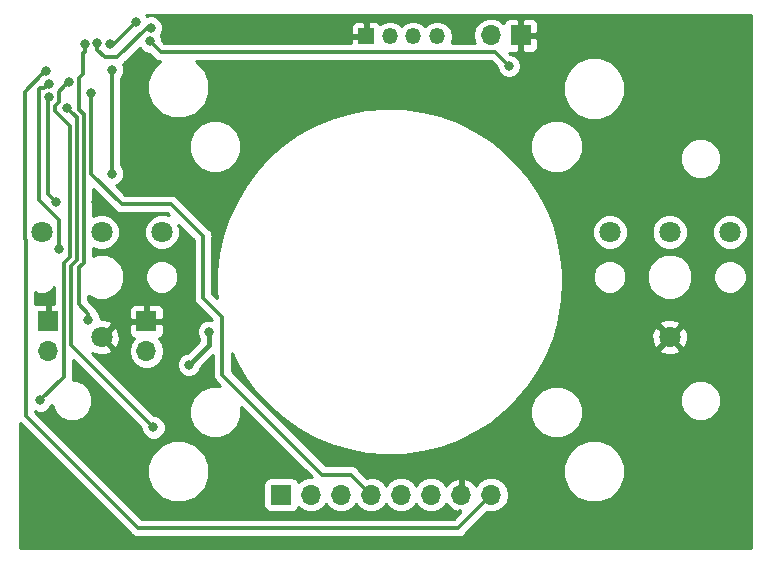
<source format=gbr>
G04 #@! TF.GenerationSoftware,KiCad,Pcbnew,5.0.0-rc2+dfsg1-3*
G04 #@! TF.CreationDate,2018-08-01T13:56:14+02:00*
G04 #@! TF.ProjectId,reform-trackball,7265666F726D2D747261636B62616C6C,rev?*
G04 #@! TF.SameCoordinates,Original*
G04 #@! TF.FileFunction,Copper,L2,Bot,Signal*
G04 #@! TF.FilePolarity,Positive*
%FSLAX46Y46*%
G04 Gerber Fmt 4.6, Leading zero omitted, Abs format (unit mm)*
G04 Created by KiCad (PCBNEW 5.0.0-rc2+dfsg1-3) date Wed Aug  1 13:56:14 2018*
%MOMM*%
%LPD*%
G01*
G04 APERTURE LIST*
G04 #@! TA.AperFunction,ComponentPad*
%ADD10O,1.700000X1.700000*%
G04 #@! TD*
G04 #@! TA.AperFunction,ComponentPad*
%ADD11R,1.700000X1.700000*%
G04 #@! TD*
G04 #@! TA.AperFunction,ComponentPad*
%ADD12O,1.350000X1.350000*%
G04 #@! TD*
G04 #@! TA.AperFunction,ComponentPad*
%ADD13R,1.350000X1.350000*%
G04 #@! TD*
G04 #@! TA.AperFunction,ComponentPad*
%ADD14C,1.800000*%
G04 #@! TD*
G04 #@! TA.AperFunction,ViaPad*
%ADD15C,0.800000*%
G04 #@! TD*
G04 #@! TA.AperFunction,Conductor*
%ADD16C,0.300000*%
G04 #@! TD*
G04 #@! TA.AperFunction,Conductor*
%ADD17C,0.400000*%
G04 #@! TD*
G04 #@! TA.AperFunction,Conductor*
%ADD18C,0.254000*%
G04 #@! TD*
G04 APERTURE END LIST*
D10*
G04 #@! TO.P,J6,2*
G04 #@! TO.N,+5V*
X138060000Y-92400000D03*
D11*
G04 #@! TO.P,J6,1*
G04 #@! TO.N,GND*
X140600000Y-92400000D03*
G04 #@! TD*
G04 #@! TO.P,J3,1*
G04 #@! TO.N,GND*
X108900000Y-116600000D03*
D10*
G04 #@! TO.P,J3,2*
G04 #@! TO.N,Net-(J3-Pad2)*
X108900000Y-119140000D03*
G04 #@! TD*
G04 #@! TO.P,J7,2*
G04 #@! TO.N,Net-(J7-Pad2)*
X100600000Y-119140000D03*
D11*
G04 #@! TO.P,J7,1*
G04 #@! TO.N,GND*
X100600000Y-116600000D03*
G04 #@! TD*
D12*
G04 #@! TO.P,J1,4*
G04 #@! TO.N,+5V*
X133500000Y-92500000D03*
G04 #@! TO.P,J1,3*
G04 #@! TO.N,Net-(J1-Pad3)*
X131500000Y-92500000D03*
G04 #@! TO.P,J1,2*
G04 #@! TO.N,Net-(J1-Pad2)*
X129500000Y-92500000D03*
D13*
G04 #@! TO.P,J1,1*
G04 #@! TO.N,GND*
X127500000Y-92500000D03*
G04 #@! TD*
D10*
G04 #@! TO.P,J2,8*
G04 #@! TO.N,RESET*
X138080000Y-131300000D03*
G04 #@! TO.P,J2,7*
G04 #@! TO.N,GND*
X135540000Y-131300000D03*
G04 #@! TO.P,J2,6*
G04 #@! TO.N,MT*
X133000000Y-131300000D03*
G04 #@! TO.P,J2,5*
G04 #@! TO.N,SS*
X130460000Y-131300000D03*
G04 #@! TO.P,J2,4*
G04 #@! TO.N,SCLK*
X127920000Y-131300000D03*
G04 #@! TO.P,J2,3*
G04 #@! TO.N,MOSI*
X125380000Y-131300000D03*
G04 #@! TO.P,J2,2*
G04 #@! TO.N,MISO*
X122840000Y-131300000D03*
D11*
G04 #@! TO.P,J2,1*
G04 #@! TO.N,+5V*
X120300000Y-131300000D03*
G04 #@! TD*
D14*
G04 #@! TO.P,SW2,4*
G04 #@! TO.N,GND*
X153200000Y-117956000D03*
G04 #@! TO.P,SW2,2*
G04 #@! TO.N,Net-(SW2-Pad2)*
X153200000Y-109048000D03*
G04 #@! TO.P,SW2,3*
G04 #@! TO.N,Net-(SW2-Pad3)*
X158310000Y-109048000D03*
G04 #@! TO.P,SW2,1*
G04 #@! TO.N,Net-(SW2-Pad1)*
X148140000Y-109048000D03*
G04 #@! TD*
G04 #@! TO.P,SW1,1*
G04 #@! TO.N,Net-(SW1-Pad1)*
X100040000Y-109048000D03*
G04 #@! TO.P,SW1,3*
G04 #@! TO.N,Net-(SW1-Pad3)*
X110210000Y-109048000D03*
G04 #@! TO.P,SW1,2*
G04 #@! TO.N,Net-(SW1-Pad2)*
X105100000Y-109048000D03*
G04 #@! TO.P,SW1,4*
G04 #@! TO.N,GND*
X105100000Y-117956000D03*
G04 #@! TD*
D15*
G04 #@! TO.N,Net-(J1-Pad3)*
X108000000Y-91250000D03*
X105855757Y-93106035D03*
G04 #@! TO.N,Net-(J1-Pad2)*
X109250000Y-91750000D03*
X104756643Y-93061577D03*
G04 #@! TO.N,GND*
X115000000Y-92650000D03*
X111800000Y-92500000D03*
X118700000Y-99000000D03*
X136300000Y-97300000D03*
X127600000Y-95400000D03*
X107500000Y-108800000D03*
X113300000Y-107100000D03*
X107400000Y-112500000D03*
X111900000Y-113800000D03*
X104600000Y-106500000D03*
X154800000Y-129700000D03*
X154500000Y-95300000D03*
X101500000Y-132100000D03*
G04 #@! TO.N,Net-(SW1-Pad2)*
X106000000Y-104100000D03*
X106000034Y-95300000D03*
G04 #@! TO.N,Net-(SW2-Pad2)*
X139600000Y-95000000D03*
X109213596Y-92913596D03*
G04 #@! TO.N,+5V*
X114200000Y-117500000D03*
X112500000Y-120300000D03*
G04 #@! TO.N,RESET*
X100413023Y-95400002D03*
G04 #@! TO.N,MT*
X101249979Y-106551140D03*
X100650012Y-97619808D03*
G04 #@! TO.N,SS*
X100625926Y-96482101D03*
X101500000Y-110500000D03*
G04 #@! TO.N,SCLK*
X104200000Y-97300000D03*
G04 #@! TO.N,MOSI*
X109500000Y-125600000D03*
X102200000Y-98549982D03*
G04 #@! TO.N,MISO*
X99900000Y-123300000D03*
X102349424Y-96325965D03*
G04 #@! TO.N,Net-(J7-Pad2)*
X103991985Y-116534926D03*
X103660696Y-93156054D03*
G04 #@! TD*
D16*
G04 #@! TO.N,Net-(J1-Pad3)*
X106143965Y-93106035D02*
X105855757Y-93106035D01*
X108000000Y-91250000D02*
X106143965Y-93106035D01*
G04 #@! TO.N,Net-(J1-Pad2)*
X109250000Y-91750000D02*
X108908004Y-91750000D01*
X108908004Y-91750000D02*
X106408002Y-94250002D01*
X106408002Y-94250002D02*
X105379383Y-94250002D01*
X105379383Y-94250002D02*
X104756643Y-93627262D01*
X104756643Y-93627262D02*
X104756643Y-93061577D01*
G04 #@! TO.N,Net-(SW1-Pad2)*
X106000000Y-95300034D02*
X106000034Y-95300000D01*
X106000000Y-104100000D02*
X106000000Y-95300034D01*
G04 #@! TO.N,Net-(SW2-Pad2)*
X139600000Y-95000000D02*
X138399999Y-93799999D01*
X138399999Y-93799999D02*
X110099999Y-93799999D01*
X110099999Y-93799999D02*
X109613595Y-93313595D01*
X109613595Y-93313595D02*
X109213596Y-92913596D01*
D17*
G04 #@! TO.N,+5V*
X114200000Y-117500000D02*
X114200000Y-118600000D01*
X114200000Y-118600000D02*
X112500000Y-120300000D01*
D16*
G04 #@! TO.N,RESET*
X100013024Y-95800001D02*
X100413023Y-95400002D01*
X138080000Y-131300000D02*
X135280000Y-134100000D01*
X98600000Y-97213025D02*
X100013024Y-95800001D01*
X98700000Y-124600000D02*
X98700000Y-109706002D01*
X108200000Y-134100000D02*
X98700000Y-124600000D01*
X135280000Y-134100000D02*
X108200000Y-134100000D01*
X98700000Y-109706002D02*
X98600000Y-109606002D01*
X98600000Y-109606002D02*
X98600000Y-97213025D01*
G04 #@! TO.N,MT*
X100549987Y-97719833D02*
X100650012Y-97619808D01*
X100549987Y-105851148D02*
X100549987Y-97719833D01*
X101249979Y-106551140D02*
X100549987Y-105851148D01*
G04 #@! TO.N,SS*
X99797773Y-96981964D02*
X99797773Y-106356938D01*
X101500000Y-108059165D02*
X101500000Y-109934315D01*
X100625926Y-96482101D02*
X100225927Y-96882100D01*
X101500000Y-109934315D02*
X101500000Y-110500000D01*
X100225927Y-96882100D02*
X99897637Y-96882100D01*
X99897637Y-96882100D02*
X99797773Y-96981964D01*
X99797773Y-106356938D02*
X101500000Y-108059165D01*
G04 #@! TO.N,SCLK*
X104200000Y-97865685D02*
X104200000Y-97300000D01*
X106800000Y-106700000D02*
X104200000Y-104100000D01*
X111000000Y-106700000D02*
X106800000Y-106700000D01*
X113700000Y-109400000D02*
X111000000Y-106700000D01*
X126220000Y-129600000D02*
X123800000Y-129600000D01*
X123800000Y-129600000D02*
X115329425Y-121129425D01*
X127920000Y-131300000D02*
X126220000Y-129600000D01*
X113700000Y-114600000D02*
X113700000Y-109400000D01*
X115329425Y-121129425D02*
X115329425Y-116229425D01*
X104200000Y-104100000D02*
X104200000Y-97865685D01*
X115329425Y-116229425D02*
X113700000Y-114600000D01*
G04 #@! TO.N,MOSI*
X102999995Y-111394651D02*
X102999995Y-99349977D01*
X109500000Y-125600000D02*
X102500010Y-118600010D01*
X102599999Y-98949981D02*
X102200000Y-98549982D01*
X102500010Y-118600010D02*
X102500010Y-111894636D01*
X102999995Y-99349977D02*
X102599999Y-98949981D01*
X102500010Y-111894636D02*
X102999995Y-111394651D01*
G04 #@! TO.N,MISO*
X101899999Y-111646104D02*
X102391999Y-111154104D01*
X102391999Y-111154104D02*
X102391999Y-100050003D01*
X101949425Y-96725964D02*
X102349424Y-96325965D01*
X101500014Y-97175375D02*
X101949425Y-96725964D01*
X101900000Y-121300000D02*
X101899999Y-111646104D01*
X99900000Y-123300000D02*
X101900000Y-121300000D01*
X101149997Y-98808001D02*
X101149997Y-98377825D01*
X101500013Y-98027809D02*
X101500014Y-97175375D01*
X102391999Y-100050003D02*
X101149997Y-98808001D01*
X101149997Y-98377825D02*
X101500013Y-98027809D01*
G04 #@! TO.N,Net-(J7-Pad2)*
X103200000Y-115177256D02*
X103200000Y-112043188D01*
X103991985Y-116534926D02*
X103991985Y-115969241D01*
X103991985Y-115969241D02*
X103200000Y-115177256D01*
X103600004Y-111643184D02*
X103500000Y-111743188D01*
X103600000Y-99101440D02*
X103600000Y-111146114D01*
X103199425Y-98700865D02*
X103600000Y-99101440D01*
X103600000Y-111146114D02*
X103600004Y-111146118D01*
X103199425Y-96000575D02*
X103199425Y-98700865D01*
X103600004Y-111146118D02*
X103600004Y-111643184D01*
X103200000Y-112043188D02*
X103500000Y-111743188D01*
X103660696Y-93156054D02*
X103660696Y-93805897D01*
X103660696Y-93805897D02*
X103537991Y-93928602D01*
X103537991Y-93928602D02*
X103537991Y-95662009D01*
X103537991Y-95662009D02*
X103199425Y-96000575D01*
G04 #@! TD*
D18*
G04 #@! TO.N,GND*
G36*
X160065001Y-135815000D02*
X98185000Y-135815000D01*
X98185000Y-125199999D01*
X98199592Y-125209749D01*
X107590253Y-134600411D01*
X107634047Y-134665953D01*
X107699589Y-134709747D01*
X107699591Y-134709749D01*
X107893708Y-134839454D01*
X108122684Y-134885000D01*
X108122688Y-134885000D01*
X108200000Y-134900378D01*
X108277312Y-134885000D01*
X135202688Y-134885000D01*
X135280000Y-134900378D01*
X135357312Y-134885000D01*
X135357316Y-134885000D01*
X135586292Y-134839454D01*
X135845953Y-134665953D01*
X135889749Y-134600408D01*
X137743082Y-132747075D01*
X137933744Y-132785000D01*
X138226256Y-132785000D01*
X138659418Y-132698839D01*
X139150625Y-132370625D01*
X139478839Y-131879418D01*
X139594092Y-131300000D01*
X139478839Y-130720582D01*
X139150625Y-130229375D01*
X138659418Y-129901161D01*
X138226256Y-129815000D01*
X137933744Y-129815000D01*
X137500582Y-129901161D01*
X137009375Y-130229375D01*
X136796157Y-130548478D01*
X136735183Y-130418642D01*
X136306924Y-130028355D01*
X135896890Y-129858524D01*
X135667000Y-129979845D01*
X135667000Y-131173000D01*
X135687000Y-131173000D01*
X135687000Y-131427000D01*
X135667000Y-131427000D01*
X135667000Y-131447000D01*
X135413000Y-131447000D01*
X135413000Y-131427000D01*
X135393000Y-131427000D01*
X135393000Y-131173000D01*
X135413000Y-131173000D01*
X135413000Y-129979845D01*
X135183110Y-129858524D01*
X134773076Y-130028355D01*
X134344817Y-130418642D01*
X134283843Y-130548478D01*
X134070625Y-130229375D01*
X133579418Y-129901161D01*
X133146256Y-129815000D01*
X132853744Y-129815000D01*
X132420582Y-129901161D01*
X131929375Y-130229375D01*
X131730000Y-130527761D01*
X131530625Y-130229375D01*
X131039418Y-129901161D01*
X130606256Y-129815000D01*
X130313744Y-129815000D01*
X129880582Y-129901161D01*
X129389375Y-130229375D01*
X129190000Y-130527761D01*
X128990625Y-130229375D01*
X128499418Y-129901161D01*
X128066256Y-129815000D01*
X127773744Y-129815000D01*
X127583082Y-129852925D01*
X126829748Y-129099591D01*
X126785953Y-129034047D01*
X126526292Y-128860546D01*
X126297316Y-128815000D01*
X126297312Y-128815000D01*
X126220000Y-128799622D01*
X126142688Y-128815000D01*
X124125158Y-128815000D01*
X124086024Y-128775866D01*
X144165000Y-128775866D01*
X144165000Y-129824134D01*
X144566155Y-130792608D01*
X145307392Y-131533845D01*
X146275866Y-131935000D01*
X147324134Y-131935000D01*
X148292608Y-131533845D01*
X149033845Y-130792608D01*
X149435000Y-129824134D01*
X149435000Y-128775866D01*
X149033845Y-127807392D01*
X148292608Y-127066155D01*
X147324134Y-126665000D01*
X146275866Y-126665000D01*
X145307392Y-127066155D01*
X144566155Y-127807392D01*
X144165000Y-128775866D01*
X124086024Y-128775866D01*
X116114425Y-120804268D01*
X116114425Y-119287646D01*
X116456506Y-120040013D01*
X117251893Y-121387623D01*
X118185980Y-122643081D01*
X119248187Y-123792170D01*
X120426487Y-124821879D01*
X121707537Y-125720547D01*
X123076830Y-126477997D01*
X124518859Y-127085652D01*
X126017295Y-127536630D01*
X127555170Y-127825825D01*
X129115068Y-127949961D01*
X130679325Y-127907633D01*
X132230228Y-127699321D01*
X133750213Y-127327383D01*
X135222068Y-126796031D01*
X136629125Y-126111283D01*
X137955452Y-125280892D01*
X139186029Y-124314261D01*
X139657031Y-123855431D01*
X141365000Y-123855431D01*
X141365000Y-124744569D01*
X141705259Y-125566026D01*
X142333974Y-126194741D01*
X143155431Y-126535000D01*
X144044569Y-126535000D01*
X144866026Y-126194741D01*
X145494741Y-125566026D01*
X145835000Y-124744569D01*
X145835000Y-123855431D01*
X145494741Y-123033974D01*
X145415654Y-122954887D01*
X154065000Y-122954887D01*
X154065000Y-123645113D01*
X154329138Y-124282799D01*
X154817201Y-124770862D01*
X155454887Y-125035000D01*
X156145113Y-125035000D01*
X156782799Y-124770862D01*
X157270862Y-124282799D01*
X157535000Y-123645113D01*
X157535000Y-122954887D01*
X157270862Y-122317201D01*
X156782799Y-121829138D01*
X156145113Y-121565000D01*
X155454887Y-121565000D01*
X154817201Y-121829138D01*
X154329138Y-122317201D01*
X154065000Y-122954887D01*
X145415654Y-122954887D01*
X144866026Y-122405259D01*
X144044569Y-122065000D01*
X143155431Y-122065000D01*
X142333974Y-122405259D01*
X141705259Y-123033974D01*
X141365000Y-123855431D01*
X139657031Y-123855431D01*
X140306919Y-123222338D01*
X141305431Y-122017487D01*
X142170257Y-120713352D01*
X142891603Y-119324701D01*
X143004391Y-119036159D01*
X152299446Y-119036159D01*
X152385852Y-119292643D01*
X152959336Y-119502458D01*
X153569460Y-119476839D01*
X154014148Y-119292643D01*
X154100554Y-119036159D01*
X153200000Y-118135605D01*
X152299446Y-119036159D01*
X143004391Y-119036159D01*
X143461302Y-117867259D01*
X143502720Y-117715336D01*
X151653542Y-117715336D01*
X151679161Y-118325460D01*
X151863357Y-118770148D01*
X152119841Y-118856554D01*
X153020395Y-117956000D01*
X153379605Y-117956000D01*
X154280159Y-118856554D01*
X154536643Y-118770148D01*
X154746458Y-118196664D01*
X154720839Y-117586540D01*
X154536643Y-117141852D01*
X154280159Y-117055446D01*
X153379605Y-117956000D01*
X153020395Y-117956000D01*
X152119841Y-117055446D01*
X151863357Y-117141852D01*
X151653542Y-117715336D01*
X143502720Y-117715336D01*
X143731593Y-116875841D01*
X152299446Y-116875841D01*
X153200000Y-117776395D01*
X154100554Y-116875841D01*
X154014148Y-116619357D01*
X153440664Y-116409542D01*
X152830540Y-116435161D01*
X152385852Y-116619357D01*
X152299446Y-116875841D01*
X143731593Y-116875841D01*
X143872901Y-116357531D01*
X144121739Y-114812613D01*
X144205000Y-113250000D01*
X144204978Y-113224335D01*
X144168942Y-112569533D01*
X146690000Y-112569533D01*
X146690000Y-113130467D01*
X146904659Y-113648701D01*
X147301299Y-114045341D01*
X147819533Y-114260000D01*
X148380467Y-114260000D01*
X148898701Y-114045341D01*
X149295341Y-113648701D01*
X149510000Y-113130467D01*
X149510000Y-112569533D01*
X149466745Y-112465105D01*
X151265000Y-112465105D01*
X151265000Y-113234895D01*
X151559586Y-113946090D01*
X152103910Y-114490414D01*
X152815105Y-114785000D01*
X153584895Y-114785000D01*
X154296090Y-114490414D01*
X154840414Y-113946090D01*
X155135000Y-113234895D01*
X155135000Y-112569533D01*
X156890000Y-112569533D01*
X156890000Y-113130467D01*
X157104659Y-113648701D01*
X157501299Y-114045341D01*
X158019533Y-114260000D01*
X158580467Y-114260000D01*
X159098701Y-114045341D01*
X159495341Y-113648701D01*
X159710000Y-113130467D01*
X159710000Y-112569533D01*
X159495341Y-112051299D01*
X159098701Y-111654659D01*
X158580467Y-111440000D01*
X158019533Y-111440000D01*
X157501299Y-111654659D01*
X157104659Y-112051299D01*
X156890000Y-112569533D01*
X155135000Y-112569533D01*
X155135000Y-112465105D01*
X154840414Y-111753910D01*
X154296090Y-111209586D01*
X153584895Y-110915000D01*
X152815105Y-110915000D01*
X152103910Y-111209586D01*
X151559586Y-111753910D01*
X151265000Y-112465105D01*
X149466745Y-112465105D01*
X149295341Y-112051299D01*
X148898701Y-111654659D01*
X148380467Y-111440000D01*
X147819533Y-111440000D01*
X147301299Y-111654659D01*
X146904659Y-112051299D01*
X146690000Y-112569533D01*
X144168942Y-112569533D01*
X144118990Y-111661869D01*
X143867455Y-110117388D01*
X143490086Y-108742670D01*
X146605000Y-108742670D01*
X146605000Y-109353330D01*
X146838690Y-109917507D01*
X147270493Y-110349310D01*
X147834670Y-110583000D01*
X148445330Y-110583000D01*
X149009507Y-110349310D01*
X149441310Y-109917507D01*
X149675000Y-109353330D01*
X149675000Y-108742670D01*
X151665000Y-108742670D01*
X151665000Y-109353330D01*
X151898690Y-109917507D01*
X152330493Y-110349310D01*
X152894670Y-110583000D01*
X153505330Y-110583000D01*
X154069507Y-110349310D01*
X154501310Y-109917507D01*
X154735000Y-109353330D01*
X154735000Y-108742670D01*
X156775000Y-108742670D01*
X156775000Y-109353330D01*
X157008690Y-109917507D01*
X157440493Y-110349310D01*
X158004670Y-110583000D01*
X158615330Y-110583000D01*
X159179507Y-110349310D01*
X159611310Y-109917507D01*
X159845000Y-109353330D01*
X159845000Y-108742670D01*
X159611310Y-108178493D01*
X159179507Y-107746690D01*
X158615330Y-107513000D01*
X158004670Y-107513000D01*
X157440493Y-107746690D01*
X157008690Y-108178493D01*
X156775000Y-108742670D01*
X154735000Y-108742670D01*
X154501310Y-108178493D01*
X154069507Y-107746690D01*
X153505330Y-107513000D01*
X152894670Y-107513000D01*
X152330493Y-107746690D01*
X151898690Y-108178493D01*
X151665000Y-108742670D01*
X149675000Y-108742670D01*
X149441310Y-108178493D01*
X149009507Y-107746690D01*
X148445330Y-107513000D01*
X147834670Y-107513000D01*
X147270493Y-107746690D01*
X146838690Y-108178493D01*
X146605000Y-108742670D01*
X143490086Y-108742670D01*
X143453222Y-108608381D01*
X142880980Y-107151936D01*
X142157212Y-105764546D01*
X141290111Y-104461922D01*
X140289498Y-103258816D01*
X139166703Y-102168850D01*
X138127445Y-101355431D01*
X141365000Y-101355431D01*
X141365000Y-102244569D01*
X141705259Y-103066026D01*
X142333974Y-103694741D01*
X143155431Y-104035000D01*
X144044569Y-104035000D01*
X144866026Y-103694741D01*
X145494741Y-103066026D01*
X145747883Y-102454887D01*
X154065000Y-102454887D01*
X154065000Y-103145113D01*
X154329138Y-103782799D01*
X154817201Y-104270862D01*
X155454887Y-104535000D01*
X156145113Y-104535000D01*
X156782799Y-104270862D01*
X157270862Y-103782799D01*
X157535000Y-103145113D01*
X157535000Y-102454887D01*
X157270862Y-101817201D01*
X156782799Y-101329138D01*
X156145113Y-101065000D01*
X155454887Y-101065000D01*
X154817201Y-101329138D01*
X154329138Y-101817201D01*
X154065000Y-102454887D01*
X145747883Y-102454887D01*
X145835000Y-102244569D01*
X145835000Y-101355431D01*
X145494741Y-100533974D01*
X144866026Y-99905259D01*
X144044569Y-99565000D01*
X143155431Y-99565000D01*
X142333974Y-99905259D01*
X141705259Y-100533974D01*
X141365000Y-101355431D01*
X138127445Y-101355431D01*
X137934441Y-101204369D01*
X136606667Y-100376294D01*
X135198417Y-99694002D01*
X133725636Y-99165220D01*
X132205005Y-98795936D01*
X130653741Y-98590331D01*
X129089412Y-98550733D01*
X127529733Y-98677592D01*
X125992366Y-98969470D01*
X124494719Y-99423063D01*
X123053752Y-100033234D01*
X121685784Y-100793072D01*
X120406305Y-101693974D01*
X119229803Y-102725738D01*
X118169603Y-103876680D01*
X117237709Y-105133767D01*
X116444675Y-106482762D01*
X115799480Y-107908391D01*
X115309432Y-109394508D01*
X114980080Y-110924286D01*
X114815153Y-112480400D01*
X114816518Y-114045229D01*
X114884283Y-114674125D01*
X114485000Y-114274843D01*
X114485000Y-109477312D01*
X114500378Y-109400000D01*
X114485000Y-109322688D01*
X114485000Y-109322684D01*
X114439454Y-109093708D01*
X114265953Y-108834047D01*
X114200408Y-108790251D01*
X111609748Y-106199591D01*
X111565953Y-106134047D01*
X111306292Y-105960546D01*
X111077316Y-105915000D01*
X111077312Y-105915000D01*
X111000000Y-105899622D01*
X110922688Y-105915000D01*
X107125158Y-105915000D01*
X106304362Y-105094205D01*
X106586280Y-104977431D01*
X106877431Y-104686280D01*
X107035000Y-104305874D01*
X107035000Y-103894126D01*
X106877431Y-103513720D01*
X106785000Y-103421289D01*
X106785000Y-101355431D01*
X112465000Y-101355431D01*
X112465000Y-102244569D01*
X112805259Y-103066026D01*
X113433974Y-103694741D01*
X114255431Y-104035000D01*
X115144569Y-104035000D01*
X115966026Y-103694741D01*
X116594741Y-103066026D01*
X116935000Y-102244569D01*
X116935000Y-101355431D01*
X116594741Y-100533974D01*
X115966026Y-99905259D01*
X115144569Y-99565000D01*
X114255431Y-99565000D01*
X113433974Y-99905259D01*
X112805259Y-100533974D01*
X112465000Y-101355431D01*
X106785000Y-101355431D01*
X106785000Y-95978745D01*
X106877465Y-95886280D01*
X107035034Y-95505874D01*
X107035034Y-95094126D01*
X106931549Y-94844290D01*
X106973955Y-94815955D01*
X107017751Y-94750410D01*
X108316283Y-93451878D01*
X108336165Y-93499876D01*
X108627316Y-93791027D01*
X109007722Y-93948596D01*
X109138439Y-93948596D01*
X109490250Y-94300407D01*
X109534046Y-94365952D01*
X109793707Y-94539453D01*
X110022683Y-94584999D01*
X110022687Y-94584999D01*
X110077621Y-94595926D01*
X109366155Y-95307392D01*
X108965000Y-96275866D01*
X108965000Y-97324134D01*
X109366155Y-98292608D01*
X110107392Y-99033845D01*
X111075866Y-99435000D01*
X112124134Y-99435000D01*
X113092608Y-99033845D01*
X113833845Y-98292608D01*
X114235000Y-97324134D01*
X114235000Y-96375866D01*
X144165000Y-96375866D01*
X144165000Y-97424134D01*
X144566155Y-98392608D01*
X145307392Y-99133845D01*
X146275866Y-99535000D01*
X147324134Y-99535000D01*
X148292608Y-99133845D01*
X149033845Y-98392608D01*
X149435000Y-97424134D01*
X149435000Y-96375866D01*
X149033845Y-95407392D01*
X148292608Y-94666155D01*
X147324134Y-94265000D01*
X146275866Y-94265000D01*
X145307392Y-94666155D01*
X144566155Y-95407392D01*
X144165000Y-96375866D01*
X114235000Y-96375866D01*
X114235000Y-96275866D01*
X113833845Y-95307392D01*
X113111452Y-94584999D01*
X138074842Y-94584999D01*
X138565000Y-95075157D01*
X138565000Y-95205874D01*
X138722569Y-95586280D01*
X139013720Y-95877431D01*
X139394126Y-96035000D01*
X139805874Y-96035000D01*
X140186280Y-95877431D01*
X140477431Y-95586280D01*
X140635000Y-95205874D01*
X140635000Y-94794126D01*
X140477431Y-94413720D01*
X140186280Y-94122569D01*
X139805874Y-93965000D01*
X139675157Y-93965000D01*
X139574981Y-93864824D01*
X139623690Y-93885000D01*
X140314250Y-93885000D01*
X140473000Y-93726250D01*
X140473000Y-92527000D01*
X140727000Y-92527000D01*
X140727000Y-93726250D01*
X140885750Y-93885000D01*
X141576310Y-93885000D01*
X141809699Y-93788327D01*
X141988327Y-93609698D01*
X142085000Y-93376309D01*
X142085000Y-92685750D01*
X141926250Y-92527000D01*
X140727000Y-92527000D01*
X140473000Y-92527000D01*
X140453000Y-92527000D01*
X140453000Y-92273000D01*
X140473000Y-92273000D01*
X140473000Y-91073750D01*
X140727000Y-91073750D01*
X140727000Y-92273000D01*
X141926250Y-92273000D01*
X142085000Y-92114250D01*
X142085000Y-91423691D01*
X141988327Y-91190302D01*
X141809699Y-91011673D01*
X141576310Y-90915000D01*
X140885750Y-90915000D01*
X140727000Y-91073750D01*
X140473000Y-91073750D01*
X140314250Y-90915000D01*
X139623690Y-90915000D01*
X139390301Y-91011673D01*
X139211673Y-91190302D01*
X139145096Y-91351033D01*
X139130625Y-91329375D01*
X138639418Y-91001161D01*
X138206256Y-90915000D01*
X137913744Y-90915000D01*
X137480582Y-91001161D01*
X136989375Y-91329375D01*
X136661161Y-91820582D01*
X136545908Y-92400000D01*
X136661161Y-92979418D01*
X136684935Y-93014999D01*
X134731412Y-93014999D01*
X134733993Y-93011136D01*
X134835664Y-92500000D01*
X134733993Y-91988864D01*
X134444457Y-91555543D01*
X134011136Y-91266007D01*
X133629022Y-91190000D01*
X133370978Y-91190000D01*
X132988864Y-91266007D01*
X132555543Y-91555543D01*
X132500000Y-91638669D01*
X132444457Y-91555543D01*
X132011136Y-91266007D01*
X131629022Y-91190000D01*
X131370978Y-91190000D01*
X130988864Y-91266007D01*
X130555543Y-91555543D01*
X130500000Y-91638669D01*
X130444457Y-91555543D01*
X130011136Y-91266007D01*
X129629022Y-91190000D01*
X129370978Y-91190000D01*
X128988864Y-91266007D01*
X128704223Y-91456198D01*
X128534699Y-91286673D01*
X128301310Y-91190000D01*
X127785750Y-91190000D01*
X127627000Y-91348750D01*
X127627000Y-92373000D01*
X127647000Y-92373000D01*
X127647000Y-92627000D01*
X127627000Y-92627000D01*
X127627000Y-92647000D01*
X127373000Y-92647000D01*
X127373000Y-92627000D01*
X126348750Y-92627000D01*
X126190000Y-92785750D01*
X126190000Y-93014999D01*
X110425156Y-93014999D01*
X110248596Y-92838439D01*
X110248596Y-92707722D01*
X110104315Y-92359396D01*
X110127431Y-92336280D01*
X110285000Y-91955874D01*
X110285000Y-91698691D01*
X126190000Y-91698691D01*
X126190000Y-92214250D01*
X126348750Y-92373000D01*
X127373000Y-92373000D01*
X127373000Y-91348750D01*
X127214250Y-91190000D01*
X126698690Y-91190000D01*
X126465301Y-91286673D01*
X126286673Y-91465302D01*
X126190000Y-91698691D01*
X110285000Y-91698691D01*
X110285000Y-91544126D01*
X110127431Y-91163720D01*
X109836280Y-90872569D01*
X109455874Y-90715000D01*
X109044126Y-90715000D01*
X108919973Y-90766426D01*
X108886245Y-90685000D01*
X160065000Y-90685000D01*
X160065001Y-135815000D01*
X160065001Y-135815000D01*
G37*
X160065001Y-135815000D02*
X98185000Y-135815000D01*
X98185000Y-125199999D01*
X98199592Y-125209749D01*
X107590253Y-134600411D01*
X107634047Y-134665953D01*
X107699589Y-134709747D01*
X107699591Y-134709749D01*
X107893708Y-134839454D01*
X108122684Y-134885000D01*
X108122688Y-134885000D01*
X108200000Y-134900378D01*
X108277312Y-134885000D01*
X135202688Y-134885000D01*
X135280000Y-134900378D01*
X135357312Y-134885000D01*
X135357316Y-134885000D01*
X135586292Y-134839454D01*
X135845953Y-134665953D01*
X135889749Y-134600408D01*
X137743082Y-132747075D01*
X137933744Y-132785000D01*
X138226256Y-132785000D01*
X138659418Y-132698839D01*
X139150625Y-132370625D01*
X139478839Y-131879418D01*
X139594092Y-131300000D01*
X139478839Y-130720582D01*
X139150625Y-130229375D01*
X138659418Y-129901161D01*
X138226256Y-129815000D01*
X137933744Y-129815000D01*
X137500582Y-129901161D01*
X137009375Y-130229375D01*
X136796157Y-130548478D01*
X136735183Y-130418642D01*
X136306924Y-130028355D01*
X135896890Y-129858524D01*
X135667000Y-129979845D01*
X135667000Y-131173000D01*
X135687000Y-131173000D01*
X135687000Y-131427000D01*
X135667000Y-131427000D01*
X135667000Y-131447000D01*
X135413000Y-131447000D01*
X135413000Y-131427000D01*
X135393000Y-131427000D01*
X135393000Y-131173000D01*
X135413000Y-131173000D01*
X135413000Y-129979845D01*
X135183110Y-129858524D01*
X134773076Y-130028355D01*
X134344817Y-130418642D01*
X134283843Y-130548478D01*
X134070625Y-130229375D01*
X133579418Y-129901161D01*
X133146256Y-129815000D01*
X132853744Y-129815000D01*
X132420582Y-129901161D01*
X131929375Y-130229375D01*
X131730000Y-130527761D01*
X131530625Y-130229375D01*
X131039418Y-129901161D01*
X130606256Y-129815000D01*
X130313744Y-129815000D01*
X129880582Y-129901161D01*
X129389375Y-130229375D01*
X129190000Y-130527761D01*
X128990625Y-130229375D01*
X128499418Y-129901161D01*
X128066256Y-129815000D01*
X127773744Y-129815000D01*
X127583082Y-129852925D01*
X126829748Y-129099591D01*
X126785953Y-129034047D01*
X126526292Y-128860546D01*
X126297316Y-128815000D01*
X126297312Y-128815000D01*
X126220000Y-128799622D01*
X126142688Y-128815000D01*
X124125158Y-128815000D01*
X124086024Y-128775866D01*
X144165000Y-128775866D01*
X144165000Y-129824134D01*
X144566155Y-130792608D01*
X145307392Y-131533845D01*
X146275866Y-131935000D01*
X147324134Y-131935000D01*
X148292608Y-131533845D01*
X149033845Y-130792608D01*
X149435000Y-129824134D01*
X149435000Y-128775866D01*
X149033845Y-127807392D01*
X148292608Y-127066155D01*
X147324134Y-126665000D01*
X146275866Y-126665000D01*
X145307392Y-127066155D01*
X144566155Y-127807392D01*
X144165000Y-128775866D01*
X124086024Y-128775866D01*
X116114425Y-120804268D01*
X116114425Y-119287646D01*
X116456506Y-120040013D01*
X117251893Y-121387623D01*
X118185980Y-122643081D01*
X119248187Y-123792170D01*
X120426487Y-124821879D01*
X121707537Y-125720547D01*
X123076830Y-126477997D01*
X124518859Y-127085652D01*
X126017295Y-127536630D01*
X127555170Y-127825825D01*
X129115068Y-127949961D01*
X130679325Y-127907633D01*
X132230228Y-127699321D01*
X133750213Y-127327383D01*
X135222068Y-126796031D01*
X136629125Y-126111283D01*
X137955452Y-125280892D01*
X139186029Y-124314261D01*
X139657031Y-123855431D01*
X141365000Y-123855431D01*
X141365000Y-124744569D01*
X141705259Y-125566026D01*
X142333974Y-126194741D01*
X143155431Y-126535000D01*
X144044569Y-126535000D01*
X144866026Y-126194741D01*
X145494741Y-125566026D01*
X145835000Y-124744569D01*
X145835000Y-123855431D01*
X145494741Y-123033974D01*
X145415654Y-122954887D01*
X154065000Y-122954887D01*
X154065000Y-123645113D01*
X154329138Y-124282799D01*
X154817201Y-124770862D01*
X155454887Y-125035000D01*
X156145113Y-125035000D01*
X156782799Y-124770862D01*
X157270862Y-124282799D01*
X157535000Y-123645113D01*
X157535000Y-122954887D01*
X157270862Y-122317201D01*
X156782799Y-121829138D01*
X156145113Y-121565000D01*
X155454887Y-121565000D01*
X154817201Y-121829138D01*
X154329138Y-122317201D01*
X154065000Y-122954887D01*
X145415654Y-122954887D01*
X144866026Y-122405259D01*
X144044569Y-122065000D01*
X143155431Y-122065000D01*
X142333974Y-122405259D01*
X141705259Y-123033974D01*
X141365000Y-123855431D01*
X139657031Y-123855431D01*
X140306919Y-123222338D01*
X141305431Y-122017487D01*
X142170257Y-120713352D01*
X142891603Y-119324701D01*
X143004391Y-119036159D01*
X152299446Y-119036159D01*
X152385852Y-119292643D01*
X152959336Y-119502458D01*
X153569460Y-119476839D01*
X154014148Y-119292643D01*
X154100554Y-119036159D01*
X153200000Y-118135605D01*
X152299446Y-119036159D01*
X143004391Y-119036159D01*
X143461302Y-117867259D01*
X143502720Y-117715336D01*
X151653542Y-117715336D01*
X151679161Y-118325460D01*
X151863357Y-118770148D01*
X152119841Y-118856554D01*
X153020395Y-117956000D01*
X153379605Y-117956000D01*
X154280159Y-118856554D01*
X154536643Y-118770148D01*
X154746458Y-118196664D01*
X154720839Y-117586540D01*
X154536643Y-117141852D01*
X154280159Y-117055446D01*
X153379605Y-117956000D01*
X153020395Y-117956000D01*
X152119841Y-117055446D01*
X151863357Y-117141852D01*
X151653542Y-117715336D01*
X143502720Y-117715336D01*
X143731593Y-116875841D01*
X152299446Y-116875841D01*
X153200000Y-117776395D01*
X154100554Y-116875841D01*
X154014148Y-116619357D01*
X153440664Y-116409542D01*
X152830540Y-116435161D01*
X152385852Y-116619357D01*
X152299446Y-116875841D01*
X143731593Y-116875841D01*
X143872901Y-116357531D01*
X144121739Y-114812613D01*
X144205000Y-113250000D01*
X144204978Y-113224335D01*
X144168942Y-112569533D01*
X146690000Y-112569533D01*
X146690000Y-113130467D01*
X146904659Y-113648701D01*
X147301299Y-114045341D01*
X147819533Y-114260000D01*
X148380467Y-114260000D01*
X148898701Y-114045341D01*
X149295341Y-113648701D01*
X149510000Y-113130467D01*
X149510000Y-112569533D01*
X149466745Y-112465105D01*
X151265000Y-112465105D01*
X151265000Y-113234895D01*
X151559586Y-113946090D01*
X152103910Y-114490414D01*
X152815105Y-114785000D01*
X153584895Y-114785000D01*
X154296090Y-114490414D01*
X154840414Y-113946090D01*
X155135000Y-113234895D01*
X155135000Y-112569533D01*
X156890000Y-112569533D01*
X156890000Y-113130467D01*
X157104659Y-113648701D01*
X157501299Y-114045341D01*
X158019533Y-114260000D01*
X158580467Y-114260000D01*
X159098701Y-114045341D01*
X159495341Y-113648701D01*
X159710000Y-113130467D01*
X159710000Y-112569533D01*
X159495341Y-112051299D01*
X159098701Y-111654659D01*
X158580467Y-111440000D01*
X158019533Y-111440000D01*
X157501299Y-111654659D01*
X157104659Y-112051299D01*
X156890000Y-112569533D01*
X155135000Y-112569533D01*
X155135000Y-112465105D01*
X154840414Y-111753910D01*
X154296090Y-111209586D01*
X153584895Y-110915000D01*
X152815105Y-110915000D01*
X152103910Y-111209586D01*
X151559586Y-111753910D01*
X151265000Y-112465105D01*
X149466745Y-112465105D01*
X149295341Y-112051299D01*
X148898701Y-111654659D01*
X148380467Y-111440000D01*
X147819533Y-111440000D01*
X147301299Y-111654659D01*
X146904659Y-112051299D01*
X146690000Y-112569533D01*
X144168942Y-112569533D01*
X144118990Y-111661869D01*
X143867455Y-110117388D01*
X143490086Y-108742670D01*
X146605000Y-108742670D01*
X146605000Y-109353330D01*
X146838690Y-109917507D01*
X147270493Y-110349310D01*
X147834670Y-110583000D01*
X148445330Y-110583000D01*
X149009507Y-110349310D01*
X149441310Y-109917507D01*
X149675000Y-109353330D01*
X149675000Y-108742670D01*
X151665000Y-108742670D01*
X151665000Y-109353330D01*
X151898690Y-109917507D01*
X152330493Y-110349310D01*
X152894670Y-110583000D01*
X153505330Y-110583000D01*
X154069507Y-110349310D01*
X154501310Y-109917507D01*
X154735000Y-109353330D01*
X154735000Y-108742670D01*
X156775000Y-108742670D01*
X156775000Y-109353330D01*
X157008690Y-109917507D01*
X157440493Y-110349310D01*
X158004670Y-110583000D01*
X158615330Y-110583000D01*
X159179507Y-110349310D01*
X159611310Y-109917507D01*
X159845000Y-109353330D01*
X159845000Y-108742670D01*
X159611310Y-108178493D01*
X159179507Y-107746690D01*
X158615330Y-107513000D01*
X158004670Y-107513000D01*
X157440493Y-107746690D01*
X157008690Y-108178493D01*
X156775000Y-108742670D01*
X154735000Y-108742670D01*
X154501310Y-108178493D01*
X154069507Y-107746690D01*
X153505330Y-107513000D01*
X152894670Y-107513000D01*
X152330493Y-107746690D01*
X151898690Y-108178493D01*
X151665000Y-108742670D01*
X149675000Y-108742670D01*
X149441310Y-108178493D01*
X149009507Y-107746690D01*
X148445330Y-107513000D01*
X147834670Y-107513000D01*
X147270493Y-107746690D01*
X146838690Y-108178493D01*
X146605000Y-108742670D01*
X143490086Y-108742670D01*
X143453222Y-108608381D01*
X142880980Y-107151936D01*
X142157212Y-105764546D01*
X141290111Y-104461922D01*
X140289498Y-103258816D01*
X139166703Y-102168850D01*
X138127445Y-101355431D01*
X141365000Y-101355431D01*
X141365000Y-102244569D01*
X141705259Y-103066026D01*
X142333974Y-103694741D01*
X143155431Y-104035000D01*
X144044569Y-104035000D01*
X144866026Y-103694741D01*
X145494741Y-103066026D01*
X145747883Y-102454887D01*
X154065000Y-102454887D01*
X154065000Y-103145113D01*
X154329138Y-103782799D01*
X154817201Y-104270862D01*
X155454887Y-104535000D01*
X156145113Y-104535000D01*
X156782799Y-104270862D01*
X157270862Y-103782799D01*
X157535000Y-103145113D01*
X157535000Y-102454887D01*
X157270862Y-101817201D01*
X156782799Y-101329138D01*
X156145113Y-101065000D01*
X155454887Y-101065000D01*
X154817201Y-101329138D01*
X154329138Y-101817201D01*
X154065000Y-102454887D01*
X145747883Y-102454887D01*
X145835000Y-102244569D01*
X145835000Y-101355431D01*
X145494741Y-100533974D01*
X144866026Y-99905259D01*
X144044569Y-99565000D01*
X143155431Y-99565000D01*
X142333974Y-99905259D01*
X141705259Y-100533974D01*
X141365000Y-101355431D01*
X138127445Y-101355431D01*
X137934441Y-101204369D01*
X136606667Y-100376294D01*
X135198417Y-99694002D01*
X133725636Y-99165220D01*
X132205005Y-98795936D01*
X130653741Y-98590331D01*
X129089412Y-98550733D01*
X127529733Y-98677592D01*
X125992366Y-98969470D01*
X124494719Y-99423063D01*
X123053752Y-100033234D01*
X121685784Y-100793072D01*
X120406305Y-101693974D01*
X119229803Y-102725738D01*
X118169603Y-103876680D01*
X117237709Y-105133767D01*
X116444675Y-106482762D01*
X115799480Y-107908391D01*
X115309432Y-109394508D01*
X114980080Y-110924286D01*
X114815153Y-112480400D01*
X114816518Y-114045229D01*
X114884283Y-114674125D01*
X114485000Y-114274843D01*
X114485000Y-109477312D01*
X114500378Y-109400000D01*
X114485000Y-109322688D01*
X114485000Y-109322684D01*
X114439454Y-109093708D01*
X114265953Y-108834047D01*
X114200408Y-108790251D01*
X111609748Y-106199591D01*
X111565953Y-106134047D01*
X111306292Y-105960546D01*
X111077316Y-105915000D01*
X111077312Y-105915000D01*
X111000000Y-105899622D01*
X110922688Y-105915000D01*
X107125158Y-105915000D01*
X106304362Y-105094205D01*
X106586280Y-104977431D01*
X106877431Y-104686280D01*
X107035000Y-104305874D01*
X107035000Y-103894126D01*
X106877431Y-103513720D01*
X106785000Y-103421289D01*
X106785000Y-101355431D01*
X112465000Y-101355431D01*
X112465000Y-102244569D01*
X112805259Y-103066026D01*
X113433974Y-103694741D01*
X114255431Y-104035000D01*
X115144569Y-104035000D01*
X115966026Y-103694741D01*
X116594741Y-103066026D01*
X116935000Y-102244569D01*
X116935000Y-101355431D01*
X116594741Y-100533974D01*
X115966026Y-99905259D01*
X115144569Y-99565000D01*
X114255431Y-99565000D01*
X113433974Y-99905259D01*
X112805259Y-100533974D01*
X112465000Y-101355431D01*
X106785000Y-101355431D01*
X106785000Y-95978745D01*
X106877465Y-95886280D01*
X107035034Y-95505874D01*
X107035034Y-95094126D01*
X106931549Y-94844290D01*
X106973955Y-94815955D01*
X107017751Y-94750410D01*
X108316283Y-93451878D01*
X108336165Y-93499876D01*
X108627316Y-93791027D01*
X109007722Y-93948596D01*
X109138439Y-93948596D01*
X109490250Y-94300407D01*
X109534046Y-94365952D01*
X109793707Y-94539453D01*
X110022683Y-94584999D01*
X110022687Y-94584999D01*
X110077621Y-94595926D01*
X109366155Y-95307392D01*
X108965000Y-96275866D01*
X108965000Y-97324134D01*
X109366155Y-98292608D01*
X110107392Y-99033845D01*
X111075866Y-99435000D01*
X112124134Y-99435000D01*
X113092608Y-99033845D01*
X113833845Y-98292608D01*
X114235000Y-97324134D01*
X114235000Y-96375866D01*
X144165000Y-96375866D01*
X144165000Y-97424134D01*
X144566155Y-98392608D01*
X145307392Y-99133845D01*
X146275866Y-99535000D01*
X147324134Y-99535000D01*
X148292608Y-99133845D01*
X149033845Y-98392608D01*
X149435000Y-97424134D01*
X149435000Y-96375866D01*
X149033845Y-95407392D01*
X148292608Y-94666155D01*
X147324134Y-94265000D01*
X146275866Y-94265000D01*
X145307392Y-94666155D01*
X144566155Y-95407392D01*
X144165000Y-96375866D01*
X114235000Y-96375866D01*
X114235000Y-96275866D01*
X113833845Y-95307392D01*
X113111452Y-94584999D01*
X138074842Y-94584999D01*
X138565000Y-95075157D01*
X138565000Y-95205874D01*
X138722569Y-95586280D01*
X139013720Y-95877431D01*
X139394126Y-96035000D01*
X139805874Y-96035000D01*
X140186280Y-95877431D01*
X140477431Y-95586280D01*
X140635000Y-95205874D01*
X140635000Y-94794126D01*
X140477431Y-94413720D01*
X140186280Y-94122569D01*
X139805874Y-93965000D01*
X139675157Y-93965000D01*
X139574981Y-93864824D01*
X139623690Y-93885000D01*
X140314250Y-93885000D01*
X140473000Y-93726250D01*
X140473000Y-92527000D01*
X140727000Y-92527000D01*
X140727000Y-93726250D01*
X140885750Y-93885000D01*
X141576310Y-93885000D01*
X141809699Y-93788327D01*
X141988327Y-93609698D01*
X142085000Y-93376309D01*
X142085000Y-92685750D01*
X141926250Y-92527000D01*
X140727000Y-92527000D01*
X140473000Y-92527000D01*
X140453000Y-92527000D01*
X140453000Y-92273000D01*
X140473000Y-92273000D01*
X140473000Y-91073750D01*
X140727000Y-91073750D01*
X140727000Y-92273000D01*
X141926250Y-92273000D01*
X142085000Y-92114250D01*
X142085000Y-91423691D01*
X141988327Y-91190302D01*
X141809699Y-91011673D01*
X141576310Y-90915000D01*
X140885750Y-90915000D01*
X140727000Y-91073750D01*
X140473000Y-91073750D01*
X140314250Y-90915000D01*
X139623690Y-90915000D01*
X139390301Y-91011673D01*
X139211673Y-91190302D01*
X139145096Y-91351033D01*
X139130625Y-91329375D01*
X138639418Y-91001161D01*
X138206256Y-90915000D01*
X137913744Y-90915000D01*
X137480582Y-91001161D01*
X136989375Y-91329375D01*
X136661161Y-91820582D01*
X136545908Y-92400000D01*
X136661161Y-92979418D01*
X136684935Y-93014999D01*
X134731412Y-93014999D01*
X134733993Y-93011136D01*
X134835664Y-92500000D01*
X134733993Y-91988864D01*
X134444457Y-91555543D01*
X134011136Y-91266007D01*
X133629022Y-91190000D01*
X133370978Y-91190000D01*
X132988864Y-91266007D01*
X132555543Y-91555543D01*
X132500000Y-91638669D01*
X132444457Y-91555543D01*
X132011136Y-91266007D01*
X131629022Y-91190000D01*
X131370978Y-91190000D01*
X130988864Y-91266007D01*
X130555543Y-91555543D01*
X130500000Y-91638669D01*
X130444457Y-91555543D01*
X130011136Y-91266007D01*
X129629022Y-91190000D01*
X129370978Y-91190000D01*
X128988864Y-91266007D01*
X128704223Y-91456198D01*
X128534699Y-91286673D01*
X128301310Y-91190000D01*
X127785750Y-91190000D01*
X127627000Y-91348750D01*
X127627000Y-92373000D01*
X127647000Y-92373000D01*
X127647000Y-92627000D01*
X127627000Y-92627000D01*
X127627000Y-92647000D01*
X127373000Y-92647000D01*
X127373000Y-92627000D01*
X126348750Y-92627000D01*
X126190000Y-92785750D01*
X126190000Y-93014999D01*
X110425156Y-93014999D01*
X110248596Y-92838439D01*
X110248596Y-92707722D01*
X110104315Y-92359396D01*
X110127431Y-92336280D01*
X110285000Y-91955874D01*
X110285000Y-91698691D01*
X126190000Y-91698691D01*
X126190000Y-92214250D01*
X126348750Y-92373000D01*
X127373000Y-92373000D01*
X127373000Y-91348750D01*
X127214250Y-91190000D01*
X126698690Y-91190000D01*
X126465301Y-91286673D01*
X126286673Y-91465302D01*
X126190000Y-91698691D01*
X110285000Y-91698691D01*
X110285000Y-91544126D01*
X110127431Y-91163720D01*
X109836280Y-90872569D01*
X109455874Y-90715000D01*
X109044126Y-90715000D01*
X108919973Y-90766426D01*
X108886245Y-90685000D01*
X160065000Y-90685000D01*
X160065001Y-135815000D01*
G36*
X106190253Y-107200411D02*
X106234047Y-107265953D01*
X106299589Y-107309747D01*
X106299591Y-107309749D01*
X106362103Y-107351518D01*
X106493708Y-107439454D01*
X106722684Y-107485000D01*
X106722688Y-107485000D01*
X106799999Y-107500378D01*
X106877310Y-107485000D01*
X110674843Y-107485000D01*
X110835435Y-107645592D01*
X110515330Y-107513000D01*
X109904670Y-107513000D01*
X109340493Y-107746690D01*
X108908690Y-108178493D01*
X108675000Y-108742670D01*
X108675000Y-109353330D01*
X108908690Y-109917507D01*
X109340493Y-110349310D01*
X109904670Y-110583000D01*
X110515330Y-110583000D01*
X111079507Y-110349310D01*
X111511310Y-109917507D01*
X111745000Y-109353330D01*
X111745000Y-108742670D01*
X111612408Y-108422565D01*
X112915001Y-109725158D01*
X112915000Y-114522688D01*
X112899622Y-114600000D01*
X112915000Y-114677312D01*
X112915000Y-114677315D01*
X112960546Y-114906291D01*
X113134047Y-115165953D01*
X113199592Y-115209749D01*
X114489468Y-116499626D01*
X114405874Y-116465000D01*
X113994126Y-116465000D01*
X113613720Y-116622569D01*
X113322569Y-116913720D01*
X113165000Y-117294126D01*
X113165000Y-117705874D01*
X113322569Y-118086280D01*
X113365001Y-118128712D01*
X113365001Y-118254132D01*
X112354133Y-119265000D01*
X112294126Y-119265000D01*
X111913720Y-119422569D01*
X111622569Y-119713720D01*
X111465000Y-120094126D01*
X111465000Y-120505874D01*
X111622569Y-120886280D01*
X111913720Y-121177431D01*
X112294126Y-121335000D01*
X112705874Y-121335000D01*
X113086280Y-121177431D01*
X113377431Y-120886280D01*
X113535000Y-120505874D01*
X113535000Y-120445867D01*
X114544425Y-119436442D01*
X114544425Y-121052113D01*
X114529047Y-121129425D01*
X114544425Y-121206737D01*
X114544425Y-121206740D01*
X114578355Y-121377316D01*
X114589971Y-121435716D01*
X114703947Y-121606292D01*
X114763472Y-121695378D01*
X114829017Y-121739174D01*
X115162108Y-122072265D01*
X115144569Y-122065000D01*
X114255431Y-122065000D01*
X113433974Y-122405259D01*
X112805259Y-123033974D01*
X112465000Y-123855431D01*
X112465000Y-124744569D01*
X112805259Y-125566026D01*
X113433974Y-126194741D01*
X114255431Y-126535000D01*
X115144569Y-126535000D01*
X115966026Y-126194741D01*
X116594741Y-125566026D01*
X116935000Y-124744569D01*
X116935000Y-123855431D01*
X116927735Y-123837893D01*
X122904842Y-129815000D01*
X122693744Y-129815000D01*
X122260582Y-129901161D01*
X121769375Y-130229375D01*
X121757184Y-130247619D01*
X121748157Y-130202235D01*
X121607809Y-129992191D01*
X121397765Y-129851843D01*
X121150000Y-129802560D01*
X119450000Y-129802560D01*
X119202235Y-129851843D01*
X118992191Y-129992191D01*
X118851843Y-130202235D01*
X118802560Y-130450000D01*
X118802560Y-132150000D01*
X118851843Y-132397765D01*
X118992191Y-132607809D01*
X119202235Y-132748157D01*
X119450000Y-132797440D01*
X121150000Y-132797440D01*
X121397765Y-132748157D01*
X121607809Y-132607809D01*
X121748157Y-132397765D01*
X121757184Y-132352381D01*
X121769375Y-132370625D01*
X122260582Y-132698839D01*
X122693744Y-132785000D01*
X122986256Y-132785000D01*
X123419418Y-132698839D01*
X123910625Y-132370625D01*
X124110000Y-132072239D01*
X124309375Y-132370625D01*
X124800582Y-132698839D01*
X125233744Y-132785000D01*
X125526256Y-132785000D01*
X125959418Y-132698839D01*
X126450625Y-132370625D01*
X126650000Y-132072239D01*
X126849375Y-132370625D01*
X127340582Y-132698839D01*
X127773744Y-132785000D01*
X128066256Y-132785000D01*
X128499418Y-132698839D01*
X128990625Y-132370625D01*
X129190000Y-132072239D01*
X129389375Y-132370625D01*
X129880582Y-132698839D01*
X130313744Y-132785000D01*
X130606256Y-132785000D01*
X131039418Y-132698839D01*
X131530625Y-132370625D01*
X131730000Y-132072239D01*
X131929375Y-132370625D01*
X132420582Y-132698839D01*
X132853744Y-132785000D01*
X133146256Y-132785000D01*
X133579418Y-132698839D01*
X134070625Y-132370625D01*
X134283843Y-132051522D01*
X134344817Y-132181358D01*
X134773076Y-132571645D01*
X135183110Y-132741476D01*
X135412998Y-132620156D01*
X135412998Y-132785000D01*
X135484843Y-132785000D01*
X134954843Y-133315000D01*
X108525158Y-133315000D01*
X103986024Y-128775866D01*
X108965000Y-128775866D01*
X108965000Y-129824134D01*
X109366155Y-130792608D01*
X110107392Y-131533845D01*
X111075866Y-131935000D01*
X112124134Y-131935000D01*
X113092608Y-131533845D01*
X113833845Y-130792608D01*
X114235000Y-129824134D01*
X114235000Y-128775866D01*
X113833845Y-127807392D01*
X113092608Y-127066155D01*
X112124134Y-126665000D01*
X111075866Y-126665000D01*
X110107392Y-127066155D01*
X109366155Y-127807392D01*
X108965000Y-128775866D01*
X103986024Y-128775866D01*
X99485000Y-124274843D01*
X99485000Y-124248377D01*
X99694126Y-124335000D01*
X100105874Y-124335000D01*
X100486280Y-124177431D01*
X100777431Y-123886280D01*
X100871163Y-123659991D01*
X101129138Y-124282799D01*
X101617201Y-124770862D01*
X102254887Y-125035000D01*
X102945113Y-125035000D01*
X103582799Y-124770862D01*
X104070862Y-124282799D01*
X104335000Y-123645113D01*
X104335000Y-122954887D01*
X104070862Y-122317201D01*
X103582799Y-121829138D01*
X102945113Y-121565000D01*
X102647667Y-121565000D01*
X102685000Y-121377315D01*
X102685000Y-121377312D01*
X102700378Y-121300001D01*
X102685000Y-121222690D01*
X102685000Y-119895157D01*
X108465000Y-125675158D01*
X108465000Y-125805874D01*
X108622569Y-126186280D01*
X108913720Y-126477431D01*
X109294126Y-126635000D01*
X109705874Y-126635000D01*
X110086280Y-126477431D01*
X110377431Y-126186280D01*
X110535000Y-125805874D01*
X110535000Y-125394126D01*
X110377431Y-125013720D01*
X110086280Y-124722569D01*
X109705874Y-124565000D01*
X109575158Y-124565000D01*
X104312578Y-119302421D01*
X104859336Y-119502458D01*
X105469460Y-119476839D01*
X105914148Y-119292643D01*
X105965571Y-119140000D01*
X107385908Y-119140000D01*
X107501161Y-119719418D01*
X107829375Y-120210625D01*
X108320582Y-120538839D01*
X108753744Y-120625000D01*
X109046256Y-120625000D01*
X109479418Y-120538839D01*
X109970625Y-120210625D01*
X110298839Y-119719418D01*
X110414092Y-119140000D01*
X110298839Y-118560582D01*
X109970625Y-118069375D01*
X109948967Y-118054904D01*
X110109698Y-117988327D01*
X110288327Y-117809699D01*
X110385000Y-117576310D01*
X110385000Y-116885750D01*
X110226250Y-116727000D01*
X109027000Y-116727000D01*
X109027000Y-116747000D01*
X108773000Y-116747000D01*
X108773000Y-116727000D01*
X107573750Y-116727000D01*
X107415000Y-116885750D01*
X107415000Y-117576310D01*
X107511673Y-117809699D01*
X107690302Y-117988327D01*
X107851033Y-118054904D01*
X107829375Y-118069375D01*
X107501161Y-118560582D01*
X107385908Y-119140000D01*
X105965571Y-119140000D01*
X106000554Y-119036159D01*
X105100000Y-118135605D01*
X105085858Y-118149748D01*
X104906253Y-117970143D01*
X104920395Y-117956000D01*
X105279605Y-117956000D01*
X106180159Y-118856554D01*
X106436643Y-118770148D01*
X106646458Y-118196664D01*
X106620839Y-117586540D01*
X106436643Y-117141852D01*
X106180159Y-117055446D01*
X105279605Y-117956000D01*
X104920395Y-117956000D01*
X104906253Y-117941858D01*
X105085858Y-117762253D01*
X105100000Y-117776395D01*
X106000554Y-116875841D01*
X105914148Y-116619357D01*
X105340664Y-116409542D01*
X105026985Y-116422713D01*
X105026985Y-116329052D01*
X104869416Y-115948646D01*
X104768118Y-115847348D01*
X104731439Y-115662949D01*
X104705207Y-115623690D01*
X107415000Y-115623690D01*
X107415000Y-116314250D01*
X107573750Y-116473000D01*
X108773000Y-116473000D01*
X108773000Y-115273750D01*
X109027000Y-115273750D01*
X109027000Y-116473000D01*
X110226250Y-116473000D01*
X110385000Y-116314250D01*
X110385000Y-115623690D01*
X110288327Y-115390301D01*
X110109698Y-115211673D01*
X109876309Y-115115000D01*
X109185750Y-115115000D01*
X109027000Y-115273750D01*
X108773000Y-115273750D01*
X108614250Y-115115000D01*
X107923691Y-115115000D01*
X107690302Y-115211673D01*
X107511673Y-115390301D01*
X107415000Y-115623690D01*
X104705207Y-115623690D01*
X104622510Y-115499926D01*
X104601734Y-115468832D01*
X104601732Y-115468830D01*
X104557938Y-115403288D01*
X104492396Y-115359494D01*
X103985000Y-114852099D01*
X103985000Y-114471504D01*
X104003910Y-114490414D01*
X104715105Y-114785000D01*
X105484895Y-114785000D01*
X106196090Y-114490414D01*
X106740414Y-113946090D01*
X107035000Y-113234895D01*
X107035000Y-112569533D01*
X108790000Y-112569533D01*
X108790000Y-113130467D01*
X109004659Y-113648701D01*
X109401299Y-114045341D01*
X109919533Y-114260000D01*
X110480467Y-114260000D01*
X110998701Y-114045341D01*
X111395341Y-113648701D01*
X111610000Y-113130467D01*
X111610000Y-112569533D01*
X111395341Y-112051299D01*
X110998701Y-111654659D01*
X110480467Y-111440000D01*
X109919533Y-111440000D01*
X109401299Y-111654659D01*
X109004659Y-112051299D01*
X108790000Y-112569533D01*
X107035000Y-112569533D01*
X107035000Y-112465105D01*
X106740414Y-111753910D01*
X106196090Y-111209586D01*
X105484895Y-110915000D01*
X104715105Y-110915000D01*
X104385000Y-111051734D01*
X104385000Y-110413309D01*
X104794670Y-110583000D01*
X105405330Y-110583000D01*
X105969507Y-110349310D01*
X106401310Y-109917507D01*
X106635000Y-109353330D01*
X106635000Y-108742670D01*
X106401310Y-108178493D01*
X105969507Y-107746690D01*
X105405330Y-107513000D01*
X104794670Y-107513000D01*
X104385000Y-107682691D01*
X104385000Y-105395157D01*
X106190253Y-107200411D01*
X106190253Y-107200411D01*
G37*
X106190253Y-107200411D02*
X106234047Y-107265953D01*
X106299589Y-107309747D01*
X106299591Y-107309749D01*
X106362103Y-107351518D01*
X106493708Y-107439454D01*
X106722684Y-107485000D01*
X106722688Y-107485000D01*
X106799999Y-107500378D01*
X106877310Y-107485000D01*
X110674843Y-107485000D01*
X110835435Y-107645592D01*
X110515330Y-107513000D01*
X109904670Y-107513000D01*
X109340493Y-107746690D01*
X108908690Y-108178493D01*
X108675000Y-108742670D01*
X108675000Y-109353330D01*
X108908690Y-109917507D01*
X109340493Y-110349310D01*
X109904670Y-110583000D01*
X110515330Y-110583000D01*
X111079507Y-110349310D01*
X111511310Y-109917507D01*
X111745000Y-109353330D01*
X111745000Y-108742670D01*
X111612408Y-108422565D01*
X112915001Y-109725158D01*
X112915000Y-114522688D01*
X112899622Y-114600000D01*
X112915000Y-114677312D01*
X112915000Y-114677315D01*
X112960546Y-114906291D01*
X113134047Y-115165953D01*
X113199592Y-115209749D01*
X114489468Y-116499626D01*
X114405874Y-116465000D01*
X113994126Y-116465000D01*
X113613720Y-116622569D01*
X113322569Y-116913720D01*
X113165000Y-117294126D01*
X113165000Y-117705874D01*
X113322569Y-118086280D01*
X113365001Y-118128712D01*
X113365001Y-118254132D01*
X112354133Y-119265000D01*
X112294126Y-119265000D01*
X111913720Y-119422569D01*
X111622569Y-119713720D01*
X111465000Y-120094126D01*
X111465000Y-120505874D01*
X111622569Y-120886280D01*
X111913720Y-121177431D01*
X112294126Y-121335000D01*
X112705874Y-121335000D01*
X113086280Y-121177431D01*
X113377431Y-120886280D01*
X113535000Y-120505874D01*
X113535000Y-120445867D01*
X114544425Y-119436442D01*
X114544425Y-121052113D01*
X114529047Y-121129425D01*
X114544425Y-121206737D01*
X114544425Y-121206740D01*
X114578355Y-121377316D01*
X114589971Y-121435716D01*
X114703947Y-121606292D01*
X114763472Y-121695378D01*
X114829017Y-121739174D01*
X115162108Y-122072265D01*
X115144569Y-122065000D01*
X114255431Y-122065000D01*
X113433974Y-122405259D01*
X112805259Y-123033974D01*
X112465000Y-123855431D01*
X112465000Y-124744569D01*
X112805259Y-125566026D01*
X113433974Y-126194741D01*
X114255431Y-126535000D01*
X115144569Y-126535000D01*
X115966026Y-126194741D01*
X116594741Y-125566026D01*
X116935000Y-124744569D01*
X116935000Y-123855431D01*
X116927735Y-123837893D01*
X122904842Y-129815000D01*
X122693744Y-129815000D01*
X122260582Y-129901161D01*
X121769375Y-130229375D01*
X121757184Y-130247619D01*
X121748157Y-130202235D01*
X121607809Y-129992191D01*
X121397765Y-129851843D01*
X121150000Y-129802560D01*
X119450000Y-129802560D01*
X119202235Y-129851843D01*
X118992191Y-129992191D01*
X118851843Y-130202235D01*
X118802560Y-130450000D01*
X118802560Y-132150000D01*
X118851843Y-132397765D01*
X118992191Y-132607809D01*
X119202235Y-132748157D01*
X119450000Y-132797440D01*
X121150000Y-132797440D01*
X121397765Y-132748157D01*
X121607809Y-132607809D01*
X121748157Y-132397765D01*
X121757184Y-132352381D01*
X121769375Y-132370625D01*
X122260582Y-132698839D01*
X122693744Y-132785000D01*
X122986256Y-132785000D01*
X123419418Y-132698839D01*
X123910625Y-132370625D01*
X124110000Y-132072239D01*
X124309375Y-132370625D01*
X124800582Y-132698839D01*
X125233744Y-132785000D01*
X125526256Y-132785000D01*
X125959418Y-132698839D01*
X126450625Y-132370625D01*
X126650000Y-132072239D01*
X126849375Y-132370625D01*
X127340582Y-132698839D01*
X127773744Y-132785000D01*
X128066256Y-132785000D01*
X128499418Y-132698839D01*
X128990625Y-132370625D01*
X129190000Y-132072239D01*
X129389375Y-132370625D01*
X129880582Y-132698839D01*
X130313744Y-132785000D01*
X130606256Y-132785000D01*
X131039418Y-132698839D01*
X131530625Y-132370625D01*
X131730000Y-132072239D01*
X131929375Y-132370625D01*
X132420582Y-132698839D01*
X132853744Y-132785000D01*
X133146256Y-132785000D01*
X133579418Y-132698839D01*
X134070625Y-132370625D01*
X134283843Y-132051522D01*
X134344817Y-132181358D01*
X134773076Y-132571645D01*
X135183110Y-132741476D01*
X135412998Y-132620156D01*
X135412998Y-132785000D01*
X135484843Y-132785000D01*
X134954843Y-133315000D01*
X108525158Y-133315000D01*
X103986024Y-128775866D01*
X108965000Y-128775866D01*
X108965000Y-129824134D01*
X109366155Y-130792608D01*
X110107392Y-131533845D01*
X111075866Y-131935000D01*
X112124134Y-131935000D01*
X113092608Y-131533845D01*
X113833845Y-130792608D01*
X114235000Y-129824134D01*
X114235000Y-128775866D01*
X113833845Y-127807392D01*
X113092608Y-127066155D01*
X112124134Y-126665000D01*
X111075866Y-126665000D01*
X110107392Y-127066155D01*
X109366155Y-127807392D01*
X108965000Y-128775866D01*
X103986024Y-128775866D01*
X99485000Y-124274843D01*
X99485000Y-124248377D01*
X99694126Y-124335000D01*
X100105874Y-124335000D01*
X100486280Y-124177431D01*
X100777431Y-123886280D01*
X100871163Y-123659991D01*
X101129138Y-124282799D01*
X101617201Y-124770862D01*
X102254887Y-125035000D01*
X102945113Y-125035000D01*
X103582799Y-124770862D01*
X104070862Y-124282799D01*
X104335000Y-123645113D01*
X104335000Y-122954887D01*
X104070862Y-122317201D01*
X103582799Y-121829138D01*
X102945113Y-121565000D01*
X102647667Y-121565000D01*
X102685000Y-121377315D01*
X102685000Y-121377312D01*
X102700378Y-121300001D01*
X102685000Y-121222690D01*
X102685000Y-119895157D01*
X108465000Y-125675158D01*
X108465000Y-125805874D01*
X108622569Y-126186280D01*
X108913720Y-126477431D01*
X109294126Y-126635000D01*
X109705874Y-126635000D01*
X110086280Y-126477431D01*
X110377431Y-126186280D01*
X110535000Y-125805874D01*
X110535000Y-125394126D01*
X110377431Y-125013720D01*
X110086280Y-124722569D01*
X109705874Y-124565000D01*
X109575158Y-124565000D01*
X104312578Y-119302421D01*
X104859336Y-119502458D01*
X105469460Y-119476839D01*
X105914148Y-119292643D01*
X105965571Y-119140000D01*
X107385908Y-119140000D01*
X107501161Y-119719418D01*
X107829375Y-120210625D01*
X108320582Y-120538839D01*
X108753744Y-120625000D01*
X109046256Y-120625000D01*
X109479418Y-120538839D01*
X109970625Y-120210625D01*
X110298839Y-119719418D01*
X110414092Y-119140000D01*
X110298839Y-118560582D01*
X109970625Y-118069375D01*
X109948967Y-118054904D01*
X110109698Y-117988327D01*
X110288327Y-117809699D01*
X110385000Y-117576310D01*
X110385000Y-116885750D01*
X110226250Y-116727000D01*
X109027000Y-116727000D01*
X109027000Y-116747000D01*
X108773000Y-116747000D01*
X108773000Y-116727000D01*
X107573750Y-116727000D01*
X107415000Y-116885750D01*
X107415000Y-117576310D01*
X107511673Y-117809699D01*
X107690302Y-117988327D01*
X107851033Y-118054904D01*
X107829375Y-118069375D01*
X107501161Y-118560582D01*
X107385908Y-119140000D01*
X105965571Y-119140000D01*
X106000554Y-119036159D01*
X105100000Y-118135605D01*
X105085858Y-118149748D01*
X104906253Y-117970143D01*
X104920395Y-117956000D01*
X105279605Y-117956000D01*
X106180159Y-118856554D01*
X106436643Y-118770148D01*
X106646458Y-118196664D01*
X106620839Y-117586540D01*
X106436643Y-117141852D01*
X106180159Y-117055446D01*
X105279605Y-117956000D01*
X104920395Y-117956000D01*
X104906253Y-117941858D01*
X105085858Y-117762253D01*
X105100000Y-117776395D01*
X106000554Y-116875841D01*
X105914148Y-116619357D01*
X105340664Y-116409542D01*
X105026985Y-116422713D01*
X105026985Y-116329052D01*
X104869416Y-115948646D01*
X104768118Y-115847348D01*
X104731439Y-115662949D01*
X104705207Y-115623690D01*
X107415000Y-115623690D01*
X107415000Y-116314250D01*
X107573750Y-116473000D01*
X108773000Y-116473000D01*
X108773000Y-115273750D01*
X109027000Y-115273750D01*
X109027000Y-116473000D01*
X110226250Y-116473000D01*
X110385000Y-116314250D01*
X110385000Y-115623690D01*
X110288327Y-115390301D01*
X110109698Y-115211673D01*
X109876309Y-115115000D01*
X109185750Y-115115000D01*
X109027000Y-115273750D01*
X108773000Y-115273750D01*
X108614250Y-115115000D01*
X107923691Y-115115000D01*
X107690302Y-115211673D01*
X107511673Y-115390301D01*
X107415000Y-115623690D01*
X104705207Y-115623690D01*
X104622510Y-115499926D01*
X104601734Y-115468832D01*
X104601732Y-115468830D01*
X104557938Y-115403288D01*
X104492396Y-115359494D01*
X103985000Y-114852099D01*
X103985000Y-114471504D01*
X104003910Y-114490414D01*
X104715105Y-114785000D01*
X105484895Y-114785000D01*
X106196090Y-114490414D01*
X106740414Y-113946090D01*
X107035000Y-113234895D01*
X107035000Y-112569533D01*
X108790000Y-112569533D01*
X108790000Y-113130467D01*
X109004659Y-113648701D01*
X109401299Y-114045341D01*
X109919533Y-114260000D01*
X110480467Y-114260000D01*
X110998701Y-114045341D01*
X111395341Y-113648701D01*
X111610000Y-113130467D01*
X111610000Y-112569533D01*
X111395341Y-112051299D01*
X110998701Y-111654659D01*
X110480467Y-111440000D01*
X109919533Y-111440000D01*
X109401299Y-111654659D01*
X109004659Y-112051299D01*
X108790000Y-112569533D01*
X107035000Y-112569533D01*
X107035000Y-112465105D01*
X106740414Y-111753910D01*
X106196090Y-111209586D01*
X105484895Y-110915000D01*
X104715105Y-110915000D01*
X104385000Y-111051734D01*
X104385000Y-110413309D01*
X104794670Y-110583000D01*
X105405330Y-110583000D01*
X105969507Y-110349310D01*
X106401310Y-109917507D01*
X106635000Y-109353330D01*
X106635000Y-108742670D01*
X106401310Y-108178493D01*
X105969507Y-107746690D01*
X105405330Y-107513000D01*
X104794670Y-107513000D01*
X104385000Y-107682691D01*
X104385000Y-105395157D01*
X106190253Y-107200411D01*
G36*
X101115000Y-115115000D02*
X100885750Y-115115000D01*
X100727000Y-115273750D01*
X100727000Y-116473000D01*
X100747000Y-116473000D01*
X100747000Y-116727000D01*
X100727000Y-116727000D01*
X100727000Y-116747000D01*
X100473000Y-116747000D01*
X100473000Y-116727000D01*
X100453000Y-116727000D01*
X100453000Y-116473000D01*
X100473000Y-116473000D01*
X100473000Y-115273750D01*
X100314250Y-115115000D01*
X99623691Y-115115000D01*
X99485000Y-115172448D01*
X99485000Y-114162854D01*
X99719533Y-114260000D01*
X100280467Y-114260000D01*
X100798701Y-114045341D01*
X101114999Y-113729043D01*
X101115000Y-115115000D01*
X101115000Y-115115000D01*
G37*
X101115000Y-115115000D02*
X100885750Y-115115000D01*
X100727000Y-115273750D01*
X100727000Y-116473000D01*
X100747000Y-116473000D01*
X100747000Y-116727000D01*
X100727000Y-116727000D01*
X100727000Y-116747000D01*
X100473000Y-116747000D01*
X100473000Y-116727000D01*
X100453000Y-116727000D01*
X100453000Y-116473000D01*
X100473000Y-116473000D01*
X100473000Y-115273750D01*
X100314250Y-115115000D01*
X99623691Y-115115000D01*
X99485000Y-115172448D01*
X99485000Y-114162854D01*
X99719533Y-114260000D01*
X100280467Y-114260000D01*
X100798701Y-114045341D01*
X101114999Y-113729043D01*
X101115000Y-115115000D01*
G04 #@! TD*
M02*

</source>
